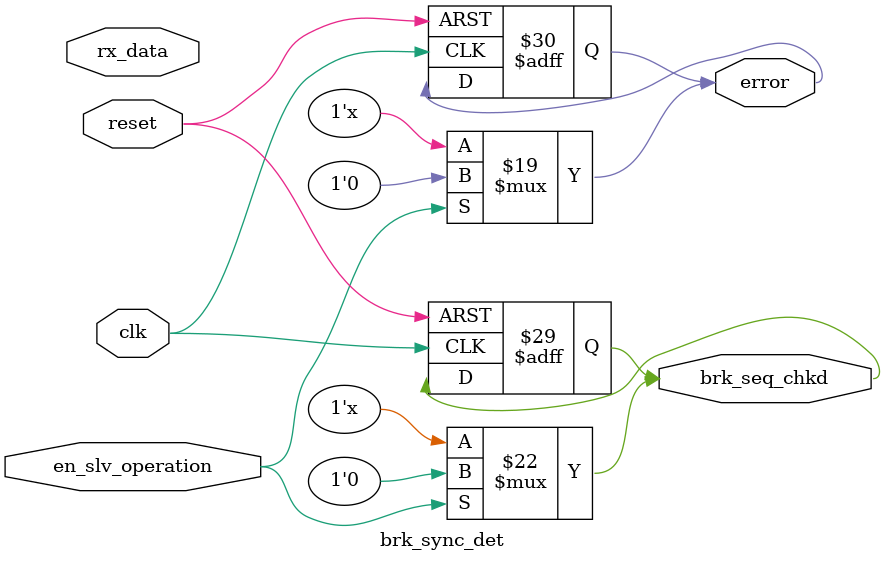
<source format=v>
/* This code describes the state machine of the break synchronization detection but the PID (protected identifier field) is described in another module.
 At every clock cycle the sampling of 10 bits (one symbol) occurs 
 The state s0 indicates that the block is waiting for header at each Time slot and it is the reset state and goes to S1 only when it recieves rx_data symbol 
           at S1 the comparison of the data begins and the reciever detects if the recieved symbol is the first symbol of the break field if it doesn't match it 
           then it discards the header and return to the reset state(or the "waiting for header state" .... etc */
          


module brk_sync_det (clk,reset,rx_data,en_slv_operation,error,brk_seq_chkd); 
parameter  n=14;
input  [9:0] rx_data; //symbol recieved 
input clk,reset;   
input en_slv_operation;
output reg brk_seq_chkd,error; 

reg [1:0] current_state , next_state;
reg [3:0] count;


 

parameter [1:0] S0 = 2'b00, //waiting for header (reset state) 
          S1 = 2'b01, // 1st symbol of brk_bits checked = 10h'0 
          S2 = 2'b10, //2nd symbol of brk_bits  checked = 10'h200 
          S3 = 2'b11; //dummy state that return to the first state after 1 clock cycle 
       
always@(posedge clk or negedge reset)
   begin 
           if(!reset)
          begin 
             count <= 4'b0000;
             error <= 1'b0; 
              brk_seq_chkd <= 1'b0;
             current_state <= S0;
            
             
             
          end
           else
             begin
 	  current_state <= next_state;


				if(rx_data == 10'h000) 
					current_state <= S1;
     
                        /* if ( count == n) begin //when counter = 14  return to the first state 
            			
                                       count <= 4'b0;
					current_state <= S0;
			 end 
			 else 
				
			         count <= count +1;*/
		                    	
      				
                    
             end 
             
   end          

always @(current_state or rx_data ) //state transitions
 begin
  
   if(en_slv_operation) begin
      
  case (current_state)
   

   S0: if(rx_data == 10'h0)begin  //check that 1st symbol of brk_bits = 0000000000
        next_state <= S1;
       brk_seq_chkd <=0;
          error <=0; 
        end 

       else begin
        next_state <= S0; 
         brk_seq_chkd <=0;
            error <=0;    
       end

   S1:  if(rx_data == 10'h200) begin //check that 2nd symbol of brk_bits = 1000000000
        next_state <= S2;
          brk_seq_chkd <=0;
          error <=0; 
        end

       else begin
        next_state <= S0;
	  brk_seq_chkd <=0;
            error <=1;   //error in the break
       end 

   S2:  if(rx_data[8:1] == 8'h55) begin //check that synchronization bits = 0x55
        next_state <= S3; 
        brk_seq_chkd <=1;
          error <=0;
        end
       else begin
        next_state <= S0;
	brk_seq_chkd <=0;
            error <=1; 
       end

   S3:  begin

	  if(rx_data == 10'h0)begin  //check that 1st symbol of brk_bits = 0000000000
        next_state <= S1;
       brk_seq_chkd <=0;
          error <=0; 
	end

      else if(brk_seq_chkd == 1'b1 && error == 1'b0) begin
                  brk_seq_chkd <=1;
         	  error <=0; 
       		  next_state <= S3; end
        else 
       next_state <= S0;
        end

   default:begin 
              next_state <= S0;
 	      brk_seq_chkd <=0;
              error <=0;
           end 
  endcase
      end   
      else begin 
     current_state <= S0;   
     count<= 0;
             brk_seq_chkd <=1'bz;
            error <=1'bz; 
      end 
          
    
end        


endmodule



</source>
